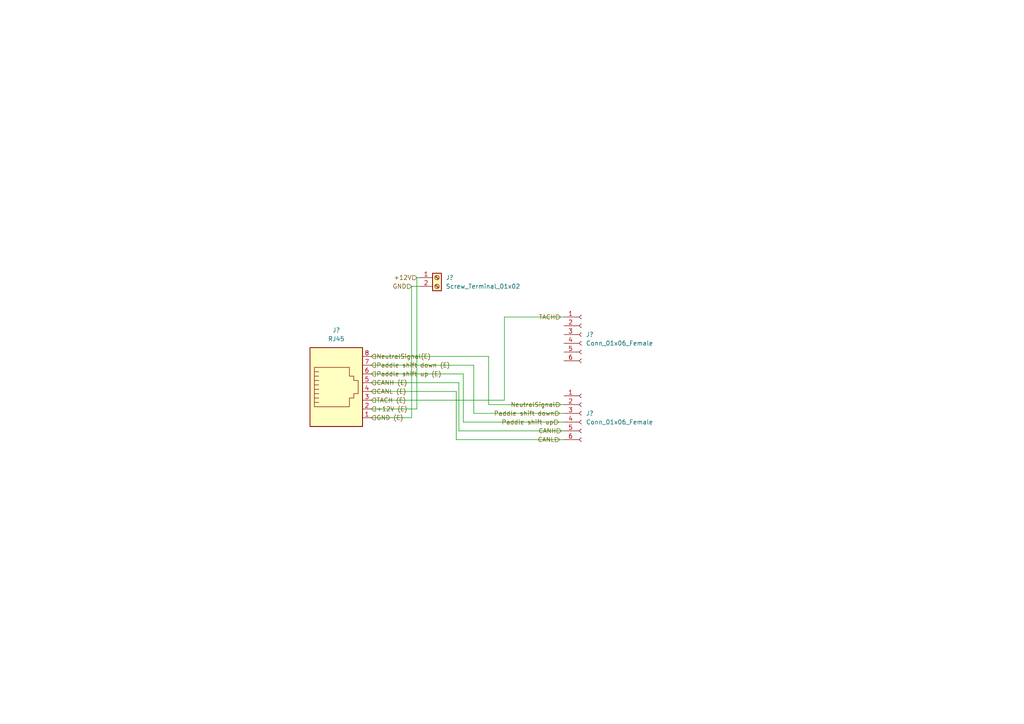
<source format=kicad_sch>
(kicad_sch (version 20230121) (generator eeschema)
  (paper "A4")
  (lib_symbols
    (symbol "Connector:Conn_01x06_Female" (pin_names (offset 1.016) hide)
      (property "Reference" "J" (at 0 7.62 0))
      (property "Value" "Conn_01x06_Female" (at 0 -10.16 0))
      (symbol "Conn_01x06_Female_1_1"
        (arc (start 0 -7.112) (mid -0.5058 -7.62) (end 0 -8.128) (stroke (width 0.1524)))
        (arc (start 0 -4.572) (mid -0.5058 -5.08) (end 0 -5.588) (stroke (width 0.1524)))
        (arc (start 0 -2.032) (mid -0.5058 -2.54) (end 0 -3.048) (stroke (width 0.1524)))
        (polyline (pts (xy -1.27 -7.62) (xy -0.508 -7.62)) (stroke (width 0.1524)))
        (polyline (pts (xy -1.27 -5.08) (xy -0.508 -5.08)) (stroke (width 0.1524)))
        (polyline (pts (xy -1.27 -2.54) (xy -0.508 -2.54)) (stroke (width 0.1524)))
        (polyline (pts (xy -1.27 0) (xy -0.508 0)) (stroke (width 0.1524)))
        (polyline (pts (xy -1.27 2.54) (xy -0.508 2.54)) (stroke (width 0.1524)))
        (polyline (pts (xy -1.27 5.08) (xy -0.508 5.08)) (stroke (width 0.1524)))
        (arc (start 0 0.508) (mid -0.5058 0) (end 0 -0.508) (stroke (width 0.1524)))
        (arc (start 0 3.048) (mid -0.5058 2.54) (end 0 2.032) (stroke (width 0.1524)))
        (arc (start 0 5.588) (mid -0.5058 5.08) (end 0 4.572) (stroke (width 0.1524)))
        (pin passive line (at -5.08 5.08 0) (length 3.81) (name "Pin_1") (number "1"))
        (pin passive line (at -5.08 2.54 0) (length 3.81) (name "Pin_2") (number "2"))
        (pin passive line (at -5.08 0 0) (length 3.81) (name "Pin_3") (number "3"))
        (pin passive line (at -5.08 -2.54 0) (length 3.81) (name "Pin_4") (number "4"))
        (pin passive line (at -5.08 -5.08 0) (length 3.81) (name "Pin_5") (number "5"))
        (pin passive line (at -5.08 -7.62 0) (length 3.81) (name "Pin_6") (number "6"))
      )
    )
    (symbol "Connector:RJ45" (pin_names (offset 1.016))
      (property "Reference" "J" (at -5.08 13.97 0))
      (property "Value" "RJ45" (at 2.54 13.97 0))
      (symbol "RJ45_0_1"
        (polyline (pts (xy -5.08 4.445) (xy -6.35 4.445)))
        (polyline (pts (xy -5.08 5.715) (xy -6.35 5.715)))
        (polyline (pts (xy -6.35 -3.175) (xy -5.08 -3.175) (xy -5.08 -3.175)))
        (polyline (pts (xy -6.35 -1.905) (xy -5.08 -1.905) (xy -5.08 -1.905)))
        (polyline (pts (xy -6.35 -0.635) (xy -5.08 -0.635) (xy -5.08 -0.635)))
        (polyline (pts (xy -6.35 0.635) (xy -5.08 0.635) (xy -5.08 0.635)))
        (polyline (pts (xy -6.35 1.905) (xy -5.08 1.905) (xy -5.08 1.905)))
        (polyline (pts (xy -5.08 3.175) (xy -6.35 3.175) (xy -6.35 3.175)))
        (polyline (pts (xy -6.35 -4.445) (xy -6.35 6.985) (xy 3.81 6.985) (xy 3.81 4.445) (xy 5.08 4.445) (xy 5.08 3.175) (xy 6.35 3.175) (xy 6.35 -0.635) (xy 5.08 -0.635) (xy 5.08 -1.905) (xy 3.81 -1.905) (xy 3.81 -4.445) (xy -6.35 -4.445) (xy -6.35 -4.445)))
        (rectangle (start 7.62 12.7) (end -7.62 -10.16) (stroke (width 0.254)) (fill (type background)))
      )
      (symbol "RJ45_1_1"
        (pin passive line (at 10.16 -7.62 180) (length 2.54) (name "~") (number "1"))
        (pin passive line (at 10.16 -5.08 180) (length 2.54) (name "~") (number "2"))
        (pin passive line (at 10.16 -2.54 180) (length 2.54) (name "~") (number "3"))
        (pin passive line (at 10.16 0 180) (length 2.54) (name "~") (number "4"))
        (pin passive line (at 10.16 2.54 180) (length 2.54) (name "~") (number "5"))
        (pin passive line (at 10.16 5.08 180) (length 2.54) (name "~") (number "6"))
        (pin passive line (at 10.16 7.62 180) (length 2.54) (name "~") (number "7"))
        (pin passive line (at 10.16 10.16 180) (length 2.54) (name "~") (number "8"))
      )
    )
    (symbol "Connector:Screw_Terminal_01x02" (pin_names (offset 1.016) hide)
      (property "Reference" "J" (at 0 2.54 0))
      (property "Value" "Screw_Terminal_01x02" (at 0 -5.08 0))
      (symbol "Screw_Terminal_01x02_1_1"
        (rectangle (start -1.27 1.27) (end 1.27 -3.81) (stroke (width 0.254)) (fill (type background)))
        (circle (center 0 -2.54) (radius 0.635) (stroke (width 0.1524)))
        (polyline (pts (xy -0.5334 -2.2098) (xy 0.3302 -3.048)) (stroke (width 0.1524)))
        (polyline (pts (xy -0.5334 0.3302) (xy 0.3302 -0.508)) (stroke (width 0.1524)))
        (polyline (pts (xy -0.3556 -2.032) (xy 0.508 -2.8702)) (stroke (width 0.1524)))
        (polyline (pts (xy -0.3556 0.508) (xy 0.508 -0.3302)) (stroke (width 0.1524)))
        (circle (center 0 0) (radius 0.635) (stroke (width 0.1524)))
        (pin passive line (at -5.08 0 0) (length 3.81) (name "Pin_1") (number "1"))
        (pin passive line (at -5.08 -2.54 0) (length 3.81) (name "Pin_2") (number "2"))
      )
    )
  )
  (wire (pts (xy 137.414 119.888) (xy 137.414 105.918)))
  (wire (pts (xy 107.696 118.618) (xy 120.904 118.618)))
  (wire (pts (xy 163.576 91.948) (xy 146.304 91.948)))
  (wire (pts (xy 132.334 127.508) (xy 132.334 113.538)))
  (wire (pts (xy 163.576 119.888) (xy 137.414 119.888)))
  (wire (pts (xy 163.576 122.428) (xy 134.366 122.428)))
  (wire (pts (xy 107.696 116.078) (xy 146.304 116.078)))
  (wire (pts (xy 163.576 127.508) (xy 132.334 127.508)))
  (wire (pts (xy 133.096 110.998) (xy 107.696 110.998)))
  (wire (pts (xy 119.38 83.058) (xy 121.666 83.058)))
  (wire (pts (xy 120.904 80.518) (xy 121.666 80.518)))
  (wire (pts (xy 146.304 91.948) (xy 146.304 116.078)))
  (wire (pts (xy 107.95 103.378) (xy 141.732 103.378)))
  (wire (pts (xy 119.38 83.058) (xy 119.38 121.158)))
  (wire (pts (xy 134.366 108.458) (xy 107.696 108.458)))
  (wire (pts (xy 163.576 124.968) (xy 133.096 124.968)))
  (wire (pts (xy 134.366 122.428) (xy 134.366 108.458)))
  (wire (pts (xy 163.576 117.348) (xy 141.732 117.348)))
  (wire (pts (xy 137.414 105.918) (xy 107.696 105.918)))
  (wire (pts (xy 133.096 124.968) (xy 133.096 110.998)))
  (wire (pts (xy 132.334 113.538) (xy 107.696 113.538)))
  (wire (pts (xy 120.904 80.518) (xy 120.904 118.618)))
  (wire (pts (xy 141.732 103.378) (xy 141.732 117.348)))
  (wire (pts (xy 107.696 121.158) (xy 119.38 121.158)))
  (hierarchical_label "CANH" (shape input) (at 162.814 124.968 180))
  (hierarchical_label "CANL (E)" (shape input) (at 107.696 113.538 0))
  (hierarchical_label "+12V" (shape input) (at 120.904 80.518 180))
  (hierarchical_label "Paddle shift up" (shape input) (at 162.052 122.428 180))
  (hierarchical_label "NeutralSignal(E)" (shape input) (at 107.696 103.378 0))
  (hierarchical_label "Paddle shift down" (shape input) (at 162.306 119.888 180))
  (hierarchical_label "+12V (E)" (shape input) (at 107.696 118.618 0))
  (hierarchical_label "Paddle shift up (E)" (shape input) (at 107.696 108.458 0))
  (hierarchical_label "TACH" (shape input) (at 162.56 91.948 180))
  (hierarchical_label "NeutralSignal" (shape input) (at 162.56 117.348 180))
  (hierarchical_label "CANH (E)" (shape input) (at 107.696 110.998 0))
  (hierarchical_label "GND (E)" (shape input) (at 107.696 121.158 0))
  (hierarchical_label "TACH (E)" (shape input) (at 107.696 116.078 0))
  (hierarchical_label "CANL" (shape input) (at 162.306 127.508 180))
  (hierarchical_label "GND" (shape input) (at 119.38 83.058 180))
  (hierarchical_label "Paddle shift down (E)" (shape input) (at 107.696 105.918 0))
  (symbol (lib_id "Connector:RJ45") (at 97.536 113.538 0) (unit 1)
    (property "Reference" "J?" (at 97.536 95.758 0))
    (property "Value" "RJ45" (at 97.536 98.298 0))
    (property "Footprint" "Footprints:RJ45_TE_5557789-1" (effects hide))
  )
  (symbol (lib_id "Connector:Conn_01x06_Female") (at 168.656 97.028 0) (unit 1)
    (property "Reference" "J?" (at 169.926 97.0279 0) (effects (justify left)))
    (property "Value" "Conn_01x06_Female" (at 169.926 99.5679 0) (effects (justify left)))
    (property "Footprint" "Footprints:JST_XA_B06B-XASK-1_1x06_P2.50mm_Vertical" (effects hide))
  )
  (symbol (lib_id "Connector:Screw_Terminal_01x02") (at 126.746 80.518 0) (unit 1)
    (property "Reference" "J?" (at 129.286 80.5179 0) (effects (justify left)))
    (property "Value" "Screw_Terminal_01x02" (at 129.286 83.0579 0) (effects (justify left)))
    (property "Footprint" "TerminalBlock:TerminalBlock_bornier-2_P5.08mm" (effects hide))
  )
  (symbol (lib_id "Connector:Conn_01x06_Female") (at 168.656 119.888 0) (unit 1)
    (property "Reference" "J?" (at 169.926 119.8879 0) (effects (justify left)))
    (property "Value" "Conn_01x06_Female" (at 169.926 122.4279 0) (effects (justify left)))
    (property "Footprint" "Footprints:JST_XA_B06B-XASK-1_1x06_P2.50mm_Vertical" (effects hide))
  )
)
</source>
